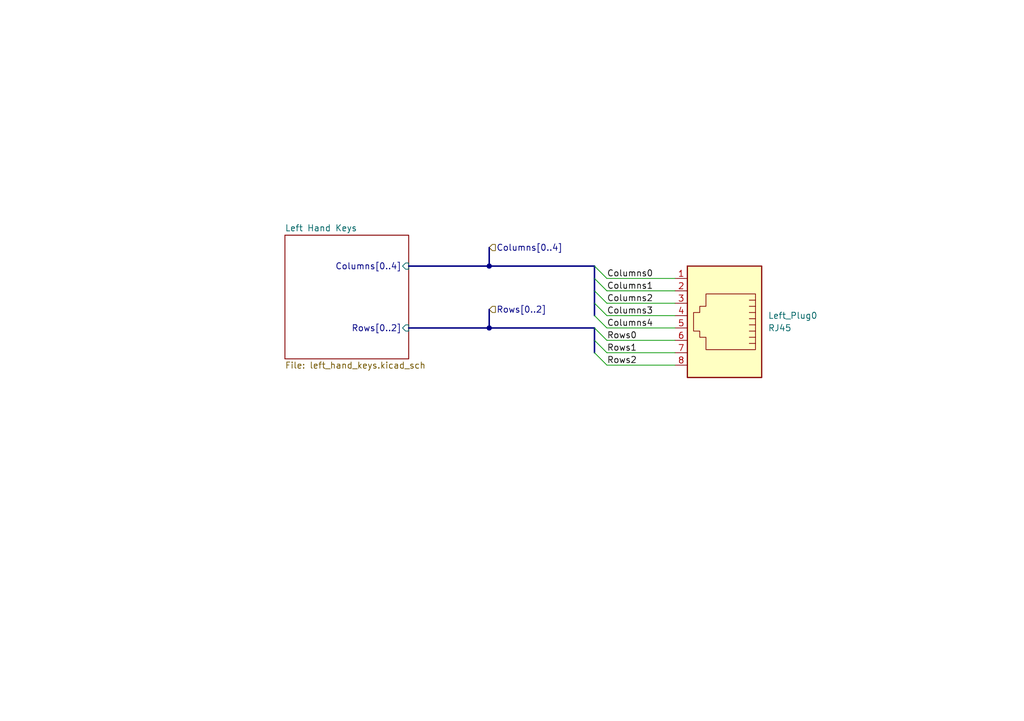
<source format=kicad_sch>
(kicad_sch (version 20250114) (generator "eeschema") (generator_version "9.0")
  (paper "A5")
  (title_block (title "Stenoswitch") (rev "0.1") (company "https://github.com/Bennett-Petzold/port_plover") (comment 1 "NO WARRANTY. See license.") (comment 2 "https://creativecommons.org/licenses/by-sa/4.0/") (comment 3 "© 2025. This work is openly licensed via CC BY-SA 4.0."))
  (lib_symbols
    (symbol "Connector:RJ45" (pin_names (offset 1.016))
      (property "Reference" "J" (at -5.08 13.97 0))
      (property "Value" "RJ45" (at 2.54 13.97 0))
      (symbol "RJ45_0_1"
        (polyline (pts (xy -6.35 1.905) (xy -5.08 1.905) (xy -5.08 1.905)))
        (polyline (pts (xy -6.35 0.635) (xy -5.08 0.635) (xy -5.08 0.635)))
        (polyline (pts (xy -6.35 -0.635) (xy -5.08 -0.635) (xy -5.08 -0.635)))
        (polyline (pts (xy -6.35 -1.905) (xy -5.08 -1.905) (xy -5.08 -1.905)))
        (polyline (pts (xy -6.35 -3.175) (xy -5.08 -3.175) (xy -5.08 -3.175)))
        (polyline (pts (xy -6.35 -4.445) (xy -6.35 6.985) (xy 3.81 6.985) (xy 3.81 4.445) (xy 5.08 4.445) (xy 5.08 3.175) (xy 6.35 3.175) (xy 6.35 -0.635) (xy 5.08 -0.635) (xy 5.08 -1.905) (xy 3.81 -1.905) (xy 3.81 -4.445) (xy -6.35 -4.445) (xy -6.35 -4.445)))
        (polyline (pts (xy -5.08 5.715) (xy -6.35 5.715)))
        (polyline (pts (xy -5.08 4.445) (xy -6.35 4.445)))
        (polyline (pts (xy -5.08 3.175) (xy -6.35 3.175) (xy -6.35 3.175)))
        (rectangle (start 7.62 12.7) (end -7.62 -10.16) (stroke (width 0.254)) (fill (type background)))
      )
      (symbol "RJ45_1_1"
        (pin passive line (at 10.16 10.16 180) (length 2.54) (name "~") (number "8"))
        (pin passive line (at 10.16 7.62 180) (length 2.54) (name "~") (number "7"))
        (pin passive line (at 10.16 5.08 180) (length 2.54) (name "~") (number "6"))
        (pin passive line (at 10.16 2.54 180) (length 2.54) (name "~") (number "5"))
        (pin passive line (at 10.16 0 180) (length 2.54) (name "~") (number "4"))
        (pin passive line (at 10.16 -2.54 180) (length 2.54) (name "~") (number "3"))
        (pin passive line (at 10.16 -5.08 180) (length 2.54) (name "~") (number "2"))
        (pin passive line (at 10.16 -7.62 180) (length 2.54) (name "~") (number "1"))
      )
    )
  )
  (junction (at 100.33 67.31))
  (junction (at 100.33 54.61))
  (bus_entry (at 121.92 72.39) (size 2.54 2.54))
  (bus_entry (at 121.92 57.15) (size 2.54 2.54))
  (bus_entry (at 121.92 69.85) (size 2.54 2.54))
  (bus_entry (at 121.92 64.77) (size 2.54 2.54))
  (bus_entry (at 121.92 67.31) (size 2.54 2.54))
  (bus_entry (at 121.92 59.69) (size 2.54 2.54))
  (bus_entry (at 121.92 62.23) (size 2.54 2.54))
  (bus_entry (at 121.92 54.61) (size 2.54 2.54))
  (wire (pts (xy 124.46 59.69) (xy 138.43 59.69)))
  (bus (pts (xy 121.92 57.15) (xy 121.92 59.69)))
  (bus (pts (xy 83.82 54.61) (xy 100.33 54.61)))
  (wire (pts (xy 124.46 72.39) (xy 138.43 72.39)))
  (wire (pts (xy 124.46 62.23) (xy 138.43 62.23)))
  (wire (pts (xy 124.46 57.15) (xy 138.43 57.15)))
  (bus (pts (xy 100.33 54.61) (xy 121.92 54.61)))
  (bus (pts (xy 83.82 67.31) (xy 100.33 67.31)))
  (bus (pts (xy 100.33 63.5) (xy 100.33 67.31)))
  (bus (pts (xy 121.92 54.61) (xy 121.92 57.15)))
  (bus (pts (xy 121.92 67.31) (xy 121.92 69.85)))
  (bus (pts (xy 121.92 62.23) (xy 121.92 64.77)))
  (wire (pts (xy 124.46 64.77) (xy 138.43 64.77)))
  (bus (pts (xy 100.33 67.31) (xy 121.92 67.31)))
  (wire (pts (xy 124.46 69.85) (xy 138.43 69.85)))
  (wire (pts (xy 124.46 74.93) (xy 138.43 74.93)))
  (bus (pts (xy 121.92 69.85) (xy 121.92 72.39)))
  (bus (pts (xy 121.92 59.69) (xy 121.92 62.23)))
  (bus (pts (xy 100.33 50.8) (xy 100.33 54.61)))
  (wire (pts (xy 124.46 67.31) (xy 138.43 67.31)))
  (label "Columns0" (at 124.46 57.15 0))
  (label "Rows2" (at 124.46 74.93 0))
  (label "Columns1" (at 124.46 59.69 0))
  (label "Columns3" (at 124.46 64.77 0))
  (label "Columns4" (at 124.46 67.31 0))
  (label "Columns2" (at 124.46 62.23 0))
  (label "Rows0" (at 124.46 69.85 0))
  (label "Rows1" (at 124.46 72.39 0))
  (hierarchical_label "Rows[0..2]" (shape input) (at 100.33 63.5 0))
  (hierarchical_label "Columns[0..4]" (shape input) (at 100.33 50.8 0))
  (symbol (lib_id "Connector:RJ45") (at 148.59 64.77 180) (unit 1)
    (property "Reference" "Left_Plug0" (at 157.48 64.7699 0) (effects (justify right)))
    (property "Value" "RJ45" (at 157.48 67.3099 0) (effects (justify right)))
    (property "Footprint" "custom:942" (effects (hide yes)))
    (property "Description" "RJ connector, 8P8C (8 positions 8 connected)" (effects (hide yes)))
  )
  (sheet (at 58.42 48.26) (size 25.4 25.4) (stroke (width 0.1524))
    (property "Sheetname" "Left Hand Keys" (at 58.42 47.5484 0) (effects (justify left bottom)))
    (property "Sheetfile" "left_hand_keys.kicad_sch" (at 58.42 74.2446 0) (effects (justify left top)))
    (pin "Columns[0..4]" input (at 83.82 54.61 0))
    (pin "Rows[0..2]" input (at 83.82 67.31 0))
  )
)
</source>
